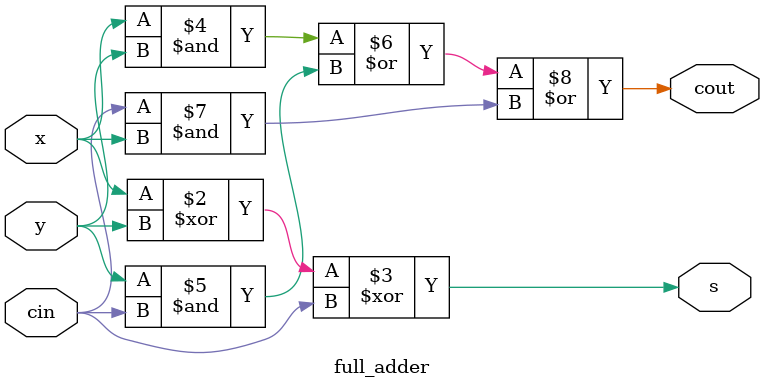
<source format=sv>
module adder_subtractor_9bit
(
    input   logic[7:0]     A,    //A will be extended to 9 bit
    input   logic[7:0]     B,    //B will be extended to 9 bit
	 input   logic          sign, //1 means add; 0 means subtract
    output  logic[8:0]     Sum
);

     //this 2's complement adder use ripple adders internally
	  //internal logics
	  //internal carriers
	  logic c1, c2;
	  //new B after poetential invertion
	  logic [7:0] B_2;
	  //invert the B if sign is minus
	  assign B_2 = B ^ {8{sign}};
	  
	  //use four bit adders to add the new B with A
	  //carry in works as the potential one for 2's complement
	  four_bit_ra fa0(.X(A[3:0]), .Y(B_2[3:0]), .CIN(sign), .S(Sum[3:0]), .COUT(c1));  
	  four_bit_ra fa1(.X(A[7:4]), .Y(B_2[7:4]), .CIN(c1),   .S(Sum[7:4]), .COUT(c2)); 
	  //use a full bit adder for the extended bit
	  full_adder full_adder1(.x(A[7]), .y(B_2[7]), .cin(c2), .s(Sum[8]), .cout());
	  
endmodule

	  
module four_bit_ra
(
    input  logic [3:0]   X, Y,
	 input  logic         CIN,
	 output logic [3:0]   S,
	 output logic         COUT 
);
 
    //internal signals for carries 
    logic c_temp1, c_temp2, c_temp3;
	 //use the full adder module to calculate each bit
	 full_adder full_adder1(.x(X[0]), .y(Y[0]), .cin(CIN),     .s(S[0]), .cout(c_temp1));
	 full_adder full_adder2(.x(X[1]), .y(Y[1]), .cin(c_temp1), .s(S[1]), .cout(c_temp2));	 
	 full_adder full_adder3(.x(X[2]), .y(Y[2]), .cin(c_temp2), .s(S[2]), .cout(c_temp3));
	 full_adder full_adder4(.x(X[3]), .y(Y[3]), .cin(c_temp3), .s(S[3]), .cout(COUT));

endmodule  
	  
	  
module full_adder
(
    input  logic    x, y, cin,
	 output logic    s, cout
	 
);

always_comb
begin
    //logic expressions the one bit adder
    s = x ^ y ^ cin;
    cout = (x&y) | (y&cin) | (cin&x);
end
     
endmodule






</source>
